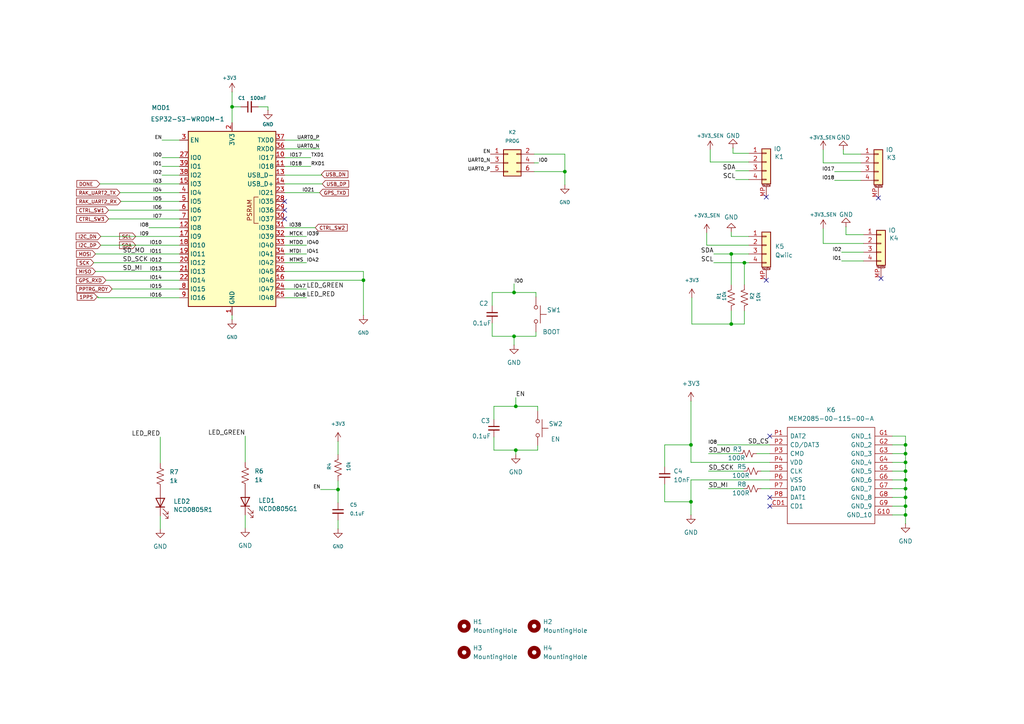
<source format=kicad_sch>
(kicad_sch (version 20250114) (generator "eeschema") (generator_version "9.0")
  (paper "A4")
  (title_block (title "LoRaWAN Sensor Node V2.0") (date "2025-11-26") (rev "0.7") (company "Elektor"))
  (lib_symbols
    (symbol "+3V3_1" (power) (pin_numbers (hide yes)) (pin_names (offset 0) (hide yes))
      (property "Value" "+3V3" (at 0 3.556 0))
      (symbol "+3V3_1_0_1"
        (polyline (pts (xy -0.762 1.27) (xy 0 2.54)))
        (polyline (pts (xy 0 2.54) (xy 0.762 1.27)))
        (polyline (pts (xy 0 0) (xy 0 2.54)))
      )
      (symbol "+3V3_1_1_1"
        (pin power_in line (at 0 0 90) (length 0) (name "~") (number "1"))
      )
    )
    (symbol "Connector_Generic:Conn_02x03_Odd_Even" (pin_names (offset 1.016) (hide yes))
      (property "Reference" "J" (at 1.27 5.08 0))
      (property "Value" "Conn_02x03_Odd_Even" (at 1.27 -5.08 0))
      (symbol "Conn_02x03_Odd_Even_1_1"
        (rectangle (start -1.27 3.81) (end 3.81 -3.81) (stroke (width 0.254)) (fill (type background)))
        (rectangle (start -1.27 2.667) (end 0 2.413) (stroke (width 0.1524)))
        (rectangle (start -1.27 0.127) (end 0 -0.127) (stroke (width 0.1524)))
        (rectangle (start -1.27 -2.413) (end 0 -2.667) (stroke (width 0.1524)))
        (rectangle (start 3.81 2.667) (end 2.54 2.413) (stroke (width 0.1524)))
        (rectangle (start 3.81 0.127) (end 2.54 -0.127) (stroke (width 0.1524)))
        (rectangle (start 3.81 -2.413) (end 2.54 -2.667) (stroke (width 0.1524)))
        (pin passive line (at -5.08 2.54 0) (length 3.81) (name "Pin_1") (number "1"))
        (pin passive line (at -5.08 0 0) (length 3.81) (name "Pin_3") (number "3"))
        (pin passive line (at -5.08 -2.54 0) (length 3.81) (name "Pin_5") (number "5"))
        (pin passive line (at 7.62 2.54 180) (length 3.81) (name "Pin_2") (number "2"))
        (pin passive line (at 7.62 0 180) (length 3.81) (name "Pin_4") (number "4"))
        (pin passive line (at 7.62 -2.54 180) (length 3.81) (name "Pin_6") (number "6"))
      )
    )
    (symbol "Connector_Generic_MountingPin:Conn_01x04_MountingPin" (pin_names (offset 1.016) (hide yes))
      (property "Reference" "J" (at 0 5.08 0))
      (property "Value" "Conn_01x04_MountingPin" (at 1.27 -7.62 0))
      (symbol "Conn_01x04_MountingPin_1_1"
        (rectangle (start -1.27 3.81) (end 1.27 -6.35) (stroke (width 0.254)) (fill (type background)))
        (rectangle (start -1.27 2.667) (end 0 2.413) (stroke (width 0.1524)))
        (rectangle (start -1.27 0.127) (end 0 -0.127) (stroke (width 0.1524)))
        (rectangle (start -1.27 -2.413) (end 0 -2.667) (stroke (width 0.1524)))
        (rectangle (start -1.27 -4.953) (end 0 -5.207) (stroke (width 0.1524)))
        (polyline (pts (xy -1.016 -7.112) (xy 1.016 -7.112)) (stroke (width 0.1524)))
        (text "Mounting" (at 0 -6.731 0) (effects (font (size 0.381 0.381))))
        (pin passive line (at -5.08 2.54 0) (length 3.81) (name "Pin_1") (number "1"))
        (pin passive line (at -5.08 0 0) (length 3.81) (name "Pin_2") (number "2"))
        (pin passive line (at -5.08 -2.54 0) (length 3.81) (name "Pin_3") (number "3"))
        (pin passive line (at -5.08 -5.08 0) (length 3.81) (name "Pin_4") (number "4"))
        (pin passive line (at 0 -10.16 90) (length 3.048) (name "MountPin") (number "MP"))
      )
    )
    (symbol "Device:C_Small" (pin_numbers (hide yes)) (pin_names (offset 0.254) (hide yes))
      (property "Reference" "C" (at 0.254 1.778 0))
      (property "Value" "C_Small" (at 0.254 -2.032 0))
      (symbol "C_Small_0_1"
        (polyline (pts (xy -1.524 0.508) (xy 1.524 0.508)) (stroke (width 0.3048)))
        (polyline (pts (xy -1.524 -0.508) (xy 1.524 -0.508)) (stroke (width 0.3302)))
      )
      (symbol "C_Small_1_1"
        (pin passive line (at 0 2.54 270) (length 2.032) (name "~") (number "1"))
        (pin passive line (at 0 -2.54 90) (length 2.032) (name "~") (number "2"))
      )
    )
    (symbol "Device:LED" (pin_numbers (hide yes)) (pin_names (offset 1.016) (hide yes))
      (property "Reference" "D" (at 0 2.54 0))
      (property "Value" "LED" (at 0 -2.54 0))
      (symbol "LED_0_1"
        (polyline (pts (xy -3.048 -0.762) (xy -4.572 -2.286) (xy -3.81 -2.286) (xy -4.572 -2.286) (xy -4.572 -1.524)))
        (polyline (pts (xy -1.778 -0.762) (xy -3.302 -2.286) (xy -2.54 -2.286) (xy -3.302 -2.286) (xy -3.302 -1.524)))
        (polyline (pts (xy -1.27 0) (xy 1.27 0)))
        (polyline (pts (xy -1.27 -1.27) (xy -1.27 1.27)) (stroke (width 0.254)))
        (polyline (pts (xy 1.27 -1.27) (xy 1.27 1.27) (xy -1.27 0) (xy 1.27 -1.27)) (stroke (width 0.254)))
      )
      (symbol "LED_1_1"
        (pin passive line (at -3.81 0 0) (length 2.54) (name "K") (number "1"))
        (pin passive line (at 3.81 0 180) (length 2.54) (name "A") (number "2"))
      )
    )
    (symbol "Device:R_Small_US" (pin_numbers (hide yes)) (pin_names (offset 0.254) (hide yes))
      (property "Reference" "R" (at 0.762 0.508 0))
      (property "Value" "R_Small_US" (at 0.762 -1.016 0))
      (symbol "R_Small_US_1_1"
        (polyline (pts (xy 0 1.524) (xy 1.016 1.143) (xy 0 0.762) (xy -1.016 0.381) (xy 0 0)))
        (polyline (pts (xy 0 0) (xy 1.016 -0.381) (xy 0 -0.762) (xy -1.016 -1.143) (xy 0 -1.524)))
        (pin passive line (at 0 2.54 270) (length 1.016) (name "~") (number "1"))
        (pin passive line (at 0 -2.54 90) (length 1.016) (name "~") (number "2"))
      )
    )
    (symbol "Device:R_US" (pin_numbers (hide yes)) (pin_names (offset 0))
      (property "Reference" "R" (at 2.54 0 90))
      (property "Value" "R_US" (at -2.54 0 90))
      (symbol "R_US_0_1"
        (polyline (pts (xy 0 2.286) (xy 0 2.54)))
        (polyline (pts (xy 0 2.286) (xy 1.016 1.905) (xy 0 1.524) (xy -1.016 1.143) (xy 0 0.762)))
        (polyline (pts (xy 0 0.762) (xy 1.016 0.381) (xy 0 0) (xy -1.016 -0.381) (xy 0 -0.762)))
        (polyline (pts (xy 0 -0.762) (xy 1.016 -1.143) (xy 0 -1.524) (xy -1.016 -1.905) (xy 0 -2.286)))
        (polyline (pts (xy 0 -2.286) (xy 0 -2.54)))
      )
      (symbol "R_US_1_1"
        (pin passive line (at 0 3.81 270) (length 1.27) (name "~") (number "1"))
        (pin passive line (at 0 -3.81 90) (length 1.27) (name "~") (number "2"))
      )
    )
    (symbol "Mechanical:MountingHole" (pin_names (offset 1.016)) (in_bom no)
      (property "Reference" "H" (at 0 5.08 0))
      (property "Value" "MountingHole" (at 0 3.175 0))
      (symbol "MountingHole_0_1"
        (circle (center 0 0) (radius 1.27) (stroke (width 1.27)))
      )
    )
    (symbol "RF_Module:ESP32-S3-WROOM-1"
      (property "Reference" "U" (at -12.7 26.67 0))
      (property "Value" "ESP32-S3-WROOM-1" (at 12.7 26.67 0))
      (symbol "ESP32-S3-WROOM-1_0_0"
        (rectangle (start -12.7 25.4) (end 12.7 -25.4) (stroke (width 0.254)) (fill (type background)))
        (text "PSRAM" (at 5.08 2.54 900) (effects (font (size 1.27 1.27))))
      )
      (symbol "ESP32-S3-WROOM-1_0_1"
        (polyline (pts (xy 7.62 -1.27) (xy 6.35 -1.27) (xy 6.35 6.35) (xy 7.62 6.35)))
      )
      (symbol "ESP32-S3-WROOM-1_1_1"
        (pin input line (at -15.24 22.86 0) (length 2.54) (name "EN") (number "3"))
        (pin bidirectional line (at -15.24 17.78 0) (length 2.54) (name "IO0") (number "27"))
        (pin bidirectional line (at -15.24 15.24 0) (length 2.54) (name "IO1") (number "39"))
        (pin bidirectional line (at -15.24 12.7 0) (length 2.54) (name "IO2") (number "38"))
        (pin bidirectional line (at -15.24 10.16 0) (length 2.54) (name "IO3") (number "15"))
        (pin bidirectional line (at -15.24 7.62 0) (length 2.54) (name "IO4") (number "4"))
        (pin bidirectional line (at -15.24 5.08 0) (length 2.54) (name "IO5") (number "5"))
        (pin bidirectional line (at -15.24 2.54 0) (length 2.54) (name "IO6") (number "6"))
        (pin bidirectional line (at -15.24 0 0) (length 2.54) (name "IO7") (number "7"))
        (pin bidirectional line (at -15.24 -2.54 0) (length 2.54) (name "IO8") (number "12"))
        (pin bidirectional line (at -15.24 -5.08 0) (length 2.54) (name "IO9") (number "17"))
        (pin bidirectional line (at -15.24 -7.62 0) (length 2.54) (name "IO10") (number "18"))
        (pin bidirectional line (at -15.24 -10.16 0) (length 2.54) (name "IO11") (number "19"))
        (pin bidirectional line (at -15.24 -12.7 0) (length 2.54) (name "IO12") (number "20"))
        (pin bidirectional line (at -15.24 -15.24 0) (length 2.54) (name "IO13") (number "21"))
        (pin bidirectional line (at -15.24 -17.78 0) (length 2.54) (name "IO14") (number "22"))
        (pin bidirectional line (at -15.24 -20.32 0) (length 2.54) (name "IO15") (number "8"))
        (pin bidirectional line (at -15.24 -22.86 0) (length 2.54) (name "IO16") (number "9"))
        (pin power_in line (at 0 27.94 270) (length 2.54) (name "3V3") (number "2"))
        (pin power_in line (at 0 -27.94 90) (length 2.54) (name "GND") (number "1"))
        (pin passive line (at 0 -27.94 90) (length 2.54) (hide yes) (name "GND") (number "40"))
        (pin passive line (at 0 -27.94 90) (length 2.54) (hide yes) (name "GND") (number "41"))
        (pin bidirectional line (at 15.24 22.86 180) (length 2.54) (name "TXD0") (number "37"))
        (pin bidirectional line (at 15.24 20.32 180) (length 2.54) (name "RXD0") (number "36"))
        (pin bidirectional line (at 15.24 17.78 180) (length 2.54) (name "IO17") (number "10"))
        (pin bidirectional line (at 15.24 15.24 180) (length 2.54) (name "IO18") (number "11"))
        (pin bidirectional line (at 15.24 12.7 180) (length 2.54) (name "USB_D-") (number "13"))
        (pin bidirectional line (at 15.24 10.16 180) (length 2.54) (name "USB_D+") (number "14"))
        (pin bidirectional line (at 15.24 7.62 180) (length 2.54) (name "IO21") (number "23"))
        (pin bidirectional line (at 15.24 5.08 180) (length 2.54) (name "IO35") (number "28"))
        (pin bidirectional line (at 15.24 2.54 180) (length 2.54) (name "IO36") (number "29"))
        (pin bidirectional line (at 15.24 0 180) (length 2.54) (name "IO37") (number "30"))
        (pin bidirectional line (at 15.24 -2.54 180) (length 2.54) (name "IO38") (number "31"))
        (pin bidirectional line (at 15.24 -5.08 180) (length 2.54) (name "IO39") (number "32"))
        (pin bidirectional line (at 15.24 -7.62 180) (length 2.54) (name "IO40") (number "33"))
        (pin bidirectional line (at 15.24 -10.16 180) (length 2.54) (name "IO41") (number "34"))
        (pin bidirectional line (at 15.24 -12.7 180) (length 2.54) (name "IO42") (number "35"))
        (pin bidirectional line (at 15.24 -15.24 180) (length 2.54) (name "IO45") (number "26"))
        (pin bidirectional line (at 15.24 -17.78 180) (length 2.54) (name "IO46") (number "16"))
        (pin bidirectional line (at 15.24 -20.32 180) (length 2.54) (name "IO47") (number "24"))
        (pin bidirectional line (at 15.24 -22.86 180) (length 2.54) (name "IO48") (number "25"))
      )
    )
    (symbol "SamacSys_Parts:MEM2085-00-115-00-A" (pin_names (offset 0.762))
      (property "Reference" "J" (at 31.75 7.62 0))
      (property "Value" "MEM2085-00-115-00-A" (at 31.75 5.08 0))
      (symbol "MEM2085-00-115-00-A_0_0"
        (pin passive line (at 0 0 0) (length 5.08) (name "GND_1") (number "G1"))
        (pin passive line (at 0 -2.54 0) (length 5.08) (name "GND_2") (number "G2"))
        (pin passive line (at 0 -5.08 0) (length 5.08) (name "GND_3") (number "G3"))
        (pin passive line (at 0 -7.62 0) (length 5.08) (name "GND_4") (number "G4"))
        (pin passive line (at 0 -10.16 0) (length 5.08) (name "GND_5") (number "G5"))
        (pin passive line (at 0 -12.7 0) (length 5.08) (name "GND_6") (number "G6"))
        (pin passive line (at 0 -15.24 0) (length 5.08) (name "GND_7") (number "G7"))
        (pin passive line (at 0 -17.78 0) (length 5.08) (name "GND_8") (number "G8"))
        (pin passive line (at 0 -20.32 0) (length 5.08) (name "GND_9") (number "G9"))
        (pin passive line (at 0 -22.86 0) (length 5.08) (name "GND_10") (number "G10"))
        (pin passive line (at 35.56 0 180) (length 5.08) (name "DAT2") (number "P1"))
        (pin passive line (at 35.56 -2.54 180) (length 5.08) (name "CD/DAT3") (number "P2"))
        (pin passive line (at 35.56 -5.08 180) (length 5.08) (name "CMD") (number "P3"))
        (pin passive line (at 35.56 -7.62 180) (length 5.08) (name "VDD") (number "P4"))
        (pin passive line (at 35.56 -10.16 180) (length 5.08) (name "CLK") (number "P5"))
        (pin passive line (at 35.56 -12.7 180) (length 5.08) (name "VSS") (number "P6"))
        (pin passive line (at 35.56 -15.24 180) (length 5.08) (name "DAT0") (number "P7"))
        (pin passive line (at 35.56 -17.78 180) (length 5.08) (name "DAT1") (number "P8"))
        (pin passive line (at 35.56 -20.32 180) (length 5.08) (name "CD1") (number "CD1"))
      )
      (symbol "MEM2085-00-115-00-A_0_1"
        (polyline (pts (xy 5.08 2.54) (xy 30.48 2.54) (xy 30.48 -25.4) (xy 5.08 -25.4) (xy 5.08 2.54)) (stroke (width 0.1524)))
      )
    )
    (symbol "Switch:SW_Push" (pin_numbers (hide yes)) (pin_names (offset 1.016) (hide yes))
      (property "Reference" "SW" (at 1.27 2.54 0))
      (property "Value" "SW_Push" (at 0 -1.524 0))
      (symbol "SW_Push_0_1"
        (circle (center -2.032 0) (radius 0.508))
        (polyline (pts (xy 0 1.27) (xy 0 3.048)))
        (circle (center 2.032 0) (radius 0.508))
        (polyline (pts (xy 2.54 1.27) (xy -2.54 1.27)))
        (pin passive line (at -5.08 0 0) (length 2.54) (name "1") (number "1"))
        (pin passive line (at 5.08 0 180) (length 2.54) (name "2") (number "2"))
      )
    )
    (symbol "power:+3V3" (power) (pin_numbers (hide yes)) (pin_names (offset 0) (hide yes))
      (property "Value" "+3V3" (at 0 3.556 0))
      (symbol "+3V3_0_1"
        (polyline (pts (xy -0.762 1.27) (xy 0 2.54)))
        (polyline (pts (xy 0 2.54) (xy 0.762 1.27)))
        (polyline (pts (xy 0 0) (xy 0 2.54)))
      )
      (symbol "+3V3_1_1"
        (pin power_in line (at 0 0 90) (length 0) (name "~") (number "1"))
      )
    )
    (symbol "power:GND" (power) (pin_numbers (hide yes)) (pin_names (offset 0) (hide yes))
      (property "Value" "GND" (at 0 -3.81 0))
      (symbol "GND_0_1"
        (polyline (pts (xy 0 0) (xy 0 -1.27) (xy 1.27 -1.27) (xy 0 -2.54) (xy -1.27 -1.27) (xy 0 -1.27)))
      )
      (symbol "GND_1_1"
        (pin power_in line (at 0 0 270) (length 0) (name "~") (number "1"))
      )
    )
  )
  (junction (at 212.09 73.66))
  (junction (at 98.044 141.986))
  (junction (at 215.9 76.2))
  (junction (at 105.41 81.28))
  (junction (at 212.09 93.98))
  (junction (at 262.636 141.732))
  (junction (at 149.606 117.856))
  (junction (at 262.636 136.652))
  (junction (at 149.606 130.556))
  (junction (at 262.636 144.272))
  (junction (at 200.406 145.542))
  (junction (at 262.636 149.352))
  (junction (at 262.636 146.812))
  (junction (at 200.406 129.032))
  (junction (at 262.636 139.192))
  (junction (at 67.31 30.988))
  (junction (at 262.636 129.032))
  (junction (at 262.636 134.112))
  (junction (at 262.636 131.572))
  (junction (at 163.83 49.784))
  (junction (at 149.098 97.536))
  (junction (at 149.098 84.836))
  (no_connect (at 82.55 60.96))
  (no_connect (at 222.25 57.15))
  (no_connect (at 222.25 81.28))
  (no_connect (at 223.266 144.272))
  (no_connect (at 82.55 58.42))
  (no_connect (at 254.762 57.404))
  (no_connect (at 223.266 146.812))
  (no_connect (at 223.266 126.492))
  (no_connect (at 82.55 63.5))
  (no_connect (at 255.524 80.772))
  (wire (pts (xy 46.482 126.746) (xy 46.482 134.366)))
  (wire (pts (xy 192.786 135.382) (xy 192.786 129.032)))
  (wire (pts (xy 200.66 86.36) (xy 200.66 93.98)))
  (wire (pts (xy 82.55 78.74) (xy 105.41 78.74)))
  (wire (pts (xy 215.9 76.2) (xy 215.9 82.55)))
  (wire (pts (xy 220.726 141.732) (xy 223.266 141.732)))
  (wire (pts (xy 82.55 83.82) (xy 88.9 83.82)))
  (wire (pts (xy 149.606 117.856) (xy 155.956 117.856)))
  (wire (pts (xy 205.994 43.434) (xy 205.994 46.99)))
  (wire (pts (xy 262.636 134.112) (xy 262.636 136.652)))
  (wire (pts (xy 238.76 66.294) (xy 238.76 70.612)))
  (wire (pts (xy 46.482 149.606) (xy 46.482 153.416)))
  (wire (pts (xy 28.448 86.36) (xy 52.07 86.36)))
  (wire (pts (xy 262.636 134.112) (xy 258.826 134.112)))
  (wire (pts (xy 82.55 68.58) (xy 88.9 68.58)))
  (wire (pts (xy 155.956 117.856) (xy 155.956 119.126)))
  (wire (pts (xy 149.098 97.536) (xy 155.448 97.536)))
  (wire (pts (xy 262.636 144.272) (xy 262.636 146.812)))
  (wire (pts (xy 105.41 81.28) (xy 105.41 91.44)))
  (wire (pts (xy 205.486 136.652) (xy 215.646 136.652)))
  (wire (pts (xy 220.726 136.652) (xy 223.266 136.652)))
  (wire (pts (xy 262.636 149.352) (xy 262.636 151.892)))
  (wire (pts (xy 262.636 149.352) (xy 258.826 149.352)))
  (wire (pts (xy 149.606 130.556) (xy 155.956 130.556)))
  (wire (pts (xy 154.94 44.704) (xy 163.83 44.704)))
  (wire (pts (xy 156.21 47.244) (xy 154.94 47.244)))
  (wire (pts (xy 200.406 139.192) (xy 200.406 145.542)))
  (wire (pts (xy 30.734 81.28) (xy 52.07 81.28)))
  (wire (pts (xy 27.686 78.74) (xy 52.07 78.74)))
  (wire (pts (xy 82.55 76.2) (xy 88.9 76.2)))
  (wire (pts (xy 223.266 139.192) (xy 200.406 139.192)))
  (wire (pts (xy 71.12 149.352) (xy 71.12 153.162)))
  (wire (pts (xy 262.636 129.032) (xy 262.636 131.572)))
  (wire (pts (xy 242.062 52.324) (xy 249.682 52.324)))
  (wire (pts (xy 244.094 75.692) (xy 250.444 75.692)))
  (wire (pts (xy 155.956 130.556) (xy 155.956 129.286)))
  (wire (pts (xy 149.098 84.836) (xy 155.448 84.836)))
  (wire (pts (xy 262.636 131.572) (xy 262.636 134.112)))
  (wire (pts (xy 93.218 50.8) (xy 82.55 50.8)))
  (wire (pts (xy 142.748 84.836) (xy 149.098 84.836)))
  (wire (pts (xy 238.76 70.612) (xy 250.444 70.612)))
  (wire (pts (xy 192.786 140.462) (xy 192.786 145.542)))
  (wire (pts (xy 262.636 126.492) (xy 258.826 126.492)))
  (wire (pts (xy 204.978 67.564) (xy 204.978 71.12)))
  (wire (pts (xy 192.786 145.542) (xy 200.406 145.542)))
  (wire (pts (xy 46.99 45.72) (xy 52.07 45.72)))
  (wire (pts (xy 143.256 117.856) (xy 143.256 121.666)))
  (wire (pts (xy 67.31 26.67) (xy 67.31 30.988)))
  (wire (pts (xy 149.606 115.316) (xy 149.606 117.856)))
  (wire (pts (xy 46.99 48.26) (xy 52.07 48.26)))
  (wire (pts (xy 262.636 129.032) (xy 258.826 129.032)))
  (wire (pts (xy 82.55 86.36) (xy 88.9 86.36)))
  (wire (pts (xy 215.9 76.2) (xy 217.17 76.2)))
  (wire (pts (xy 262.636 126.492) (xy 262.636 129.032)))
  (wire (pts (xy 163.83 49.784) (xy 163.83 53.594)))
  (wire (pts (xy 82.55 81.28) (xy 105.41 81.28)))
  (wire (pts (xy 204.978 71.12) (xy 217.17 71.12)))
  (wire (pts (xy 212.09 93.98) (xy 212.09 90.17)))
  (wire (pts (xy 98.044 141.986) (xy 98.044 145.796)))
  (wire (pts (xy 262.636 146.812) (xy 262.636 149.352)))
  (wire (pts (xy 43.18 66.04) (xy 52.07 66.04)))
  (wire (pts (xy 34.798 55.88) (xy 52.07 55.88)))
  (wire (pts (xy 29.21 68.58) (xy 52.07 68.58)))
  (wire (pts (xy 163.83 44.704) (xy 163.83 49.784)))
  (wire (pts (xy 245.364 68.072) (xy 250.444 68.072)))
  (wire (pts (xy 143.256 130.556) (xy 149.606 130.556)))
  (wire (pts (xy 31.496 63.5) (xy 52.07 63.5)))
  (wire (pts (xy 238.76 43.434) (xy 238.76 47.244)))
  (wire (pts (xy 262.636 136.652) (xy 258.826 136.652)))
  (wire (pts (xy 154.94 49.784) (xy 163.83 49.784)))
  (wire (pts (xy 35.052 58.42) (xy 52.07 58.42)))
  (wire (pts (xy 88.9 73.66) (xy 82.55 73.66)))
  (wire (pts (xy 93.472 53.34) (xy 82.55 53.34)))
  (wire (pts (xy 212.09 67.31) (xy 212.09 68.58)))
  (wire (pts (xy 262.636 146.812) (xy 258.826 146.812)))
  (wire (pts (xy 93.218 50.546) (xy 93.218 50.8)))
  (wire (pts (xy 82.55 66.04) (xy 91.44 66.04)))
  (wire (pts (xy 142.748 84.836) (xy 142.748 88.646)))
  (wire (pts (xy 262.636 136.652) (xy 262.636 139.192)))
  (wire (pts (xy 155.448 96.266) (xy 155.448 97.536)))
  (wire (pts (xy 98.044 150.876) (xy 98.044 153.416)))
  (wire (pts (xy 88.9 71.12) (xy 82.55 71.12)))
  (wire (pts (xy 245.364 65.786) (xy 245.364 68.072)))
  (wire (pts (xy 205.486 131.572) (xy 214.376 131.572)))
  (wire (pts (xy 212.598 44.45) (xy 217.17 44.45)))
  (wire (pts (xy 105.41 78.74) (xy 105.41 81.28)))
  (wire (pts (xy 82.55 55.88) (xy 92.71 55.88)))
  (wire (pts (xy 31.496 60.96) (xy 52.07 60.96)))
  (wire (pts (xy 212.09 68.58) (xy 217.17 68.58)))
  (wire (pts (xy 28.448 86.106) (xy 28.448 86.36)))
  (wire (pts (xy 28.956 53.34) (xy 52.07 53.34)))
  (wire (pts (xy 205.486 141.732) (xy 215.646 141.732)))
  (wire (pts (xy 213.36 52.07) (xy 217.17 52.07)))
  (wire (pts (xy 200.406 134.112) (xy 223.266 134.112)))
  (wire (pts (xy 200.406 129.032) (xy 200.406 134.112)))
  (wire (pts (xy 262.636 139.192) (xy 258.826 139.192)))
  (wire (pts (xy 143.256 117.856) (xy 149.606 117.856)))
  (wire (pts (xy 46.99 40.64) (xy 52.07 40.64)))
  (wire (pts (xy 212.09 73.66) (xy 217.17 73.66)))
  (wire (pts (xy 67.31 30.988) (xy 69.85 30.988)))
  (wire (pts (xy 155.448 84.836) (xy 155.448 86.106)))
  (wire (pts (xy 219.456 131.572) (xy 223.266 131.572)))
  (wire (pts (xy 82.55 40.64) (xy 92.71 40.64)))
  (wire (pts (xy 200.406 116.332) (xy 200.406 129.032)))
  (wire (pts (xy 27.686 73.66) (xy 52.07 73.66)))
  (wire (pts (xy 74.93 30.988) (xy 77.724 30.988)))
  (wire (pts (xy 212.09 73.66) (xy 212.09 82.55)))
  (wire (pts (xy 46.99 50.8) (xy 52.07 50.8)))
  (wire (pts (xy 262.636 131.572) (xy 258.826 131.572)))
  (wire (pts (xy 82.55 43.18) (xy 92.71 43.18)))
  (wire (pts (xy 242.062 49.784) (xy 249.682 49.784)))
  (wire (pts (xy 244.094 73.152) (xy 250.444 73.152)))
  (wire (pts (xy 98.044 128.016) (xy 98.044 131.826)))
  (wire (pts (xy 67.31 30.988) (xy 67.31 35.56)))
  (wire (pts (xy 212.598 42.926) (xy 212.598 44.45)))
  (wire (pts (xy 142.748 93.726) (xy 142.748 97.536)))
  (wire (pts (xy 262.636 139.192) (xy 262.636 141.732)))
  (wire (pts (xy 98.044 139.446) (xy 98.044 141.986)))
  (wire (pts (xy 77.724 30.988) (xy 77.724 32.004)))
  (wire (pts (xy 71.12 126.492) (xy 71.12 134.112)))
  (wire (pts (xy 207.01 73.66) (xy 212.09 73.66)))
  (wire (pts (xy 32.512 83.82) (xy 52.07 83.82)))
  (wire (pts (xy 143.256 126.746) (xy 143.256 130.556)))
  (wire (pts (xy 82.55 48.26) (xy 90.17 48.26)))
  (wire (pts (xy 192.786 129.032) (xy 200.406 129.032)))
  (wire (pts (xy 205.994 46.99) (xy 217.17 46.99)))
  (wire (pts (xy 149.098 82.296) (xy 149.098 84.836)))
  (wire (pts (xy 67.31 91.44) (xy 67.31 92.71)))
  (wire (pts (xy 27.178 76.2) (xy 52.07 76.2)))
  (wire (pts (xy 207.01 76.2) (xy 215.9 76.2)))
  (wire (pts (xy 200.406 145.542) (xy 200.406 149.352)))
  (wire (pts (xy 29.21 71.12) (xy 52.07 71.12)))
  (wire (pts (xy 82.55 45.72) (xy 90.17 45.72)))
  (wire (pts (xy 215.9 90.17) (xy 215.9 93.98)))
  (wire (pts (xy 142.748 97.536) (xy 149.098 97.536)))
  (wire (pts (xy 200.66 93.98) (xy 212.09 93.98)))
  (wire (pts (xy 244.602 43.434) (xy 244.602 44.704)))
  (wire (pts (xy 262.636 141.732) (xy 258.826 141.732)))
  (wire (pts (xy 149.606 130.556) (xy 149.606 131.826)))
  (wire (pts (xy 215.9 93.98) (xy 212.09 93.98)))
  (wire (pts (xy 262.636 144.272) (xy 258.826 144.272)))
  (wire (pts (xy 149.098 97.536) (xy 149.098 100.076)))
  (wire (pts (xy 213.36 49.53) (xy 217.17 49.53)))
  (wire (pts (xy 92.964 141.986) (xy 98.044 141.986)))
  (wire (pts (xy 28.194 86.106) (xy 28.448 86.106)))
  (wire (pts (xy 238.76 47.244) (xy 249.682 47.244)))
  (wire (pts (xy 244.602 44.704) (xy 249.682 44.704)))
  (wire (pts (xy 262.636 141.732) (xy 262.636 144.272)))
  (wire (pts (xy 208.026 129.032) (xy 223.266 129.032)))
  (label "IO14" (at 46.99 81.28 180) (effects (font (size 1 1))))
  (label "IO4" (at 46.99 55.88 180) (effects (font (size 1 1))))
  (label "IO8" (at 43.18 66.04 180) (effects (font (size 1 1))))
  (label "LED_RED" (at 88.9 86.36 0))
  (label "IO38" (at 83.82 66.04 0) (effects (font (size 1 1))))
  (label "IO12" (at 46.99 76.2 180) (effects (font (size 1 1))))
  (label "IO48" (at 85.09 86.36 0) (effects (font (size 1 1))))
  (label "LED_RED" (at 46.482 126.746 180))
  (label "IO0" (at 149.098 82.296 0) (effects (font (size 1 1))))
  (label "MTMS" (at 83.82 76.2 0) (effects (font (size 1 1))))
  (label "IO1" (at 46.99 48.26 180) (effects (font (size 1 1))))
  (label "IO18" (at 242.062 52.324 180) (effects (font (size 1 1))))
  (label "SD_MI" (at 205.486 141.732 0))
  (label "IO10" (at 46.99 71.12 180) (effects (font (size 1 1))))
  (label "IO1" (at 244.094 75.692 180) (effects (font (size 1 1))))
  (label "SD_CS" (at 216.916 129.032 0))
  (label "UART0_N" (at 142.24 47.244 180) (effects (font (size 1 1))))
  (label "IO8" (at 208.026 129.032 180) (effects (font (size 1 1))))
  (label "SD_SCK" (at 35.56 76.2 0))
  (label "RXD1" (at 90.17 48.26 0) (effects (font (size 1 1))))
  (label "EN" (at 149.606 115.316 0))
  (label "TXD1" (at 90.17 45.72 0) (effects (font (size 1 1))))
  (label "MTCK" (at 83.82 68.58 0) (effects (font (size 1 1))))
  (label "IO2" (at 46.99 50.8 180) (effects (font (size 1 1))))
  (label "IO0" (at 46.99 45.72 180) (effects (font (size 1 1))))
  (label "IO18" (at 87.63 48.26 180) (effects (font (size 1 1))))
  (label "IO39" (at 88.9 68.58 0) (effects (font (size 1 1))))
  (label "IO9" (at 43.18 68.58 180) (effects (font (size 1 1))))
  (label "IO41" (at 88.9 73.66 0) (effects (font (size 1 1))))
  (label "IO2" (at 244.094 73.152 180) (effects (font (size 1 1))))
  (label "SDA" (at 213.36 49.53 180))
  (label "UART0_P" (at 142.24 49.784 180) (effects (font (size 1 1))))
  (label "UART0_P" (at 92.71 40.64 180) (effects (font (size 1 1))))
  (label "SCL" (at 207.01 76.2 180))
  (label "SD_MI" (at 35.56 78.74 0))
  (label "IO0" (at 156.21 47.244 0) (effects (font (size 1 1))))
  (label "MTDO" (at 83.82 71.12 0) (effects (font (size 1 1))))
  (label "SD_MO" (at 205.486 131.572 0))
  (label "IO7" (at 46.99 63.5 180) (effects (font (size 1 1))))
  (label "IO17" (at 87.63 45.72 180) (effects (font (size 1 1))))
  (label "IO6" (at 46.99 60.96 180) (effects (font (size 1 1))))
  (label "EN" (at 46.99 40.64 180) (effects (font (size 1 1))))
  (label "IO40" (at 88.9 71.12 0) (effects (font (size 1 1))))
  (label "IO42" (at 88.9 76.2 0) (effects (font (size 1 1))))
  (label "SDA" (at 207.01 73.66 180))
  (label "EN" (at 142.24 44.704 180) (effects (font (size 1 1))))
  (label "IO16" (at 46.99 86.36 180) (effects (font (size 1 1))))
  (label "IO17" (at 242.062 49.784 180) (effects (font (size 1 1))))
  (label "SD_MO" (at 35.56 73.66 0))
  (label "IO21" (at 87.63 55.88 0) (effects (font (size 1 1))))
  (label "IO5" (at 46.99 58.42 180) (effects (font (size 1 1))))
  (label "IO15" (at 46.99 83.82 180) (effects (font (size 1 1))))
  (label "IO11" (at 46.99 73.66 180) (effects (font (size 1 1))))
  (label "IO13" (at 46.99 78.74 180) (effects (font (size 1 1))))
  (label "IO3" (at 46.99 53.34 180) (effects (font (size 1 1))))
  (label "LED_GREEN" (at 88.9 83.82 0))
  (label "IO47" (at 85.09 83.82 0) (effects (font (size 1 1))))
  (label "SD_SCK" (at 205.486 136.652 0))
  (label "EN" (at 92.964 141.986 180) (effects (font (size 1 1))))
  (label "LED_GREEN" (at 71.12 126.492 180))
  (label "MTDI" (at 83.82 73.66 0) (effects (font (size 1 1))))
  (label "UART0_N" (at 92.71 43.18 180) (effects (font (size 1 1))))
  (label "SCL" (at 213.36 52.07 180))
  (global_label "RAK_UART2_TX" (shape input) (at 34.798 55.88 180) (effects (font (size 1 1))) (property "Intersheetrefs" "${INTERSHEET_REFS}" (at 21.844 55.88 0) (effects (font (size 1 1)) (justify right))))
  (global_label "DONE " (shape input) (at 28.956 53.34 180) (effects (font (size 1 1))) (property "Intersheetrefs" "${INTERSHEET_REFS}" (at 21.844 53.34 0) (effects (justify right))))
  (global_label "SCK" (shape input) (at 27.178 76.2 180) (effects (font (size 1 1))) (property "Intersheetrefs" "${INTERSHEET_REFS}" (at 21.8753 76.2 0) (effects (justify right))))
  (global_label "CTRL_SW2" (shape input) (at 91.44 66.04 0) (effects (font (size 1 1))) (property "Intersheetrefs" "${INTERSHEET_REFS}" (at 101.1713 66.04 0) (effects (font (size 1 1)) (justify left))))
  (global_label "CTRL_SW3" (shape input) (at 31.496 63.5 180) (effects (font (size 1 1))) (property "Intersheetrefs" "${INTERSHEET_REFS}" (at 19.05 63.5 0) (effects (font (size 1 1)) (justify right))))
  (global_label "MOSI" (shape input) (at 27.686 73.66 180) (effects (font (size 1 1))) (property "Intersheetrefs" "${INTERSHEET_REFS}" (at 21.7166 73.66 0) (effects (justify right))))
  (global_label "I2C_DP" (shape input) (at 29.21 71.12 180) (effects (font (size 1 1))) (property "Intersheetrefs" "${INTERSHEET_REFS}" (at 21.6692 71.12 0) (effects (justify right))))
  (global_label "USB_DN" (shape input) (at 93.218 50.546 0) (effects (font (size 1 1))) (property "Intersheetrefs" "${INTERSHEET_REFS}" (at 101.3778 50.546 0) (effects (font (size 1 1)) (justify left))))
  (global_label "1PPS" (shape input) (at 28.194 86.106 180) (effects (font (size 1 1))) (property "Intersheetrefs" "${INTERSHEET_REFS}" (at 20.32 86.106 0) (effects (font (size 1 1)) (justify right))))
  (global_label "SCL" (shape input) (at 39.37 68.58 180) (effects (font (size 1 1))) (property "Intersheetrefs" "${INTERSHEET_REFS}" (at 34.2578 68.58 0) (effects (font (size 1 1)) (justify right))))
  (global_label "SDA" (shape input) (at 39.37 71.12 180) (effects (font (size 1 1))) (property "Intersheetrefs" "${INTERSHEET_REFS}" (at 34.2102 71.12 0) (effects (font (size 1 1)) (justify right))))
  (global_label "I2C_DN" (shape input) (at 29.21 68.58 180) (effects (font (size 1 1))) (property "Intersheetrefs" "${INTERSHEET_REFS}" (at 21.6216 68.58 0) (effects (justify right))))
  (global_label "MISO" (shape input) (at 27.686 78.74 180) (effects (font (size 1 1))) (property "Intersheetrefs" "${INTERSHEET_REFS}" (at 21.7166 78.74 0) (effects (justify right))))
  (global_label "USB_DP" (shape input) (at 93.472 53.34 0) (effects (font (size 1 1))) (property "Intersheetrefs" "${INTERSHEET_REFS}" (at 101.5842 53.34 0) (effects (font (size 1 1)) (justify left))))
  (global_label "RAK_UART2_RX" (shape input) (at 35.052 58.42 180) (effects (font (size 1 1))) (property "Intersheetrefs" "${INTERSHEET_REFS}" (at 21.844 58.42 0) (effects (font (size 1 1)) (justify right))))
  (global_label "CTRL_SW1" (shape input) (at 31.496 60.96 180) (effects (font (size 1 1))) (property "Intersheetrefs" "${INTERSHEET_REFS}" (at 21.844 60.96 0) (effects (font (size 1 1)) (justify right))))
  (global_label "PPTRG_ROY" (shape input) (at 32.512 83.82 180) (effects (font (size 1 1))) (property "Intersheetrefs" "${INTERSHEET_REFS}" (at 23.622 83.82 0) (effects (font (size 1 1)) (justify right))))
  (global_label "GPS_RXD" (shape input) (at 30.734 81.28 180) (effects (font (size 1 1))) (property "Intersheetrefs" "${INTERSHEET_REFS}" (at 21.844 81.28 0) (effects (font (size 1 1)) (justify right))))
  (global_label "GPS_TXD" (shape input) (at 92.71 55.88 0) (effects (font (size 1 1))) (property "Intersheetrefs" "${INTERSHEET_REFS}" (at 103.4888 55.88 0) (effects (font (size 1 1)) (justify left))))
  (symbol (lib_id "Mechanical:MountingHole") (at 154.94 181.61 0) (unit 1) (in_bom no)
    (property "Reference" "H2" (at 157.48 180.3399 0) (effects (justify left)))
    (property "Value" "MountingHole" (at 157.48 182.8799 0) (effects (justify left)))
    (property "Footprint" "MountingHole:MountingHole_3.2mm_M3" (effects (hide yes)))
    (property "Description" "Mounting Hole without connection" (effects (hide yes)))
  )
  (symbol (lib_id "Connector_Generic_MountingPin:Conn_01x04_MountingPin") (at 222.25 46.99 0) (unit 1)
    (property "Reference" "K1" (at 224.663 45.466 0) (effects (justify left)))
    (property "Value" "IO" (at 224.409 43.18 0) (effects (justify left)))
    (property "Footprint" "Connector_JST:JST_PH_S4B-PH-SM4-TB_1x04-1MP_P2.00mm_Horizontal" (effects (hide yes)))
    (property "Manufacturer_Part_Number" "JST_PH_S4B-PH-SM4-TB_1x04-1MP_P2.00mm_Horizontal" (effects (hide yes)))
  )
  (symbol (lib_id "Device:R_Small_US") (at 218.186 141.732 90) (unit 1)
    (property "Reference" "R8" (at 215.138 140.462 90))
    (property "Value" "100R" (at 214.884 143.002 90))
    (property "Footprint" "Resistor_SMD:R_0603_1608Metric" (effects (hide yes)))
    (property "Description" "Resistor, small US symbol" (effects (hide yes)))
    (property "Manufacturer_Part_Number" "MCT0603PD1000DP500" (effects (hide yes)))
    (property "Mouser Part Number" "594-MCT0603PD1000DP5" (effects (hide yes)))
  )
  (symbol (lib_id "power:GND") (at 105.41 91.44 0) (unit 1)
    (property "Reference" "#PWR013" (effects (hide yes)))
    (property "Value" "GND" (at 105.41 96.52 0) (effects (font (size 1 1))))
    (property "Description" "Power symbol creates a global label with name \"GND\" , ground" (effects (hide yes)))
  )
  (symbol (lib_id "RF_Module:ESP32-S3-WROOM-1") (at 67.31 63.5 0) (unit 1)
    (property "Reference" "MOD1" (at 43.942 31.242 0) (effects (justify left)))
    (property "Value" "ESP32-S3-WROOM-1" (at 43.688 34.544 0) (effects (justify left)))
    (property "Footprint" "RF_Module:ESP32-S3-WROOM-1" (effects (hide yes)))
    (property "Datasheet" "https://www.espressif.com/sites/default/files/documentation/esp32-s3-wroom-1_wroom-1u_datasheet_en.pdf" (effects (hide yes)))
    (property "Description" "RF Module, ESP32-S3 SoC, Wi-Fi 802.11b/g/n, Bluetooth, BLE, 32-bit, 3.3V, onboard antenna, SMD" (effects (hide yes)))
    (property "Manufacturer_Part_Number" "ESP32-S3-WROOM-1" (effects (hide yes)))
  )
  (symbol (lib_id "Device:C_Small") (at 143.256 124.206 0) (unit 1)
    (property "Reference" "C3" (at 139.446 122.047 0) (effects (justify left)))
    (property "Value" "0.1uF" (at 136.906 126.492 0) (effects (justify left)))
    (property "Footprint" "Capacitor_SMD:C_0805_2012Metric_Pad1.18x1.45mm_HandSolder" (effects (hide yes)))
    (property "Manufacturer_Part_Number" "C0805C104M5RACTU" (effects (hide yes)))
    (property "Mouser Part Number" "80-C0805C104M5R" (effects (hide yes)))
  )
  (symbol (lib_id "power:+3V3") (at 205.994 43.434 0) (unit 1)
    (property "Reference" "#PWR04" (effects (hide yes)))
    (property "Value" "+3V3_SEN" (at 205.994 39.37 0) (effects (font (size 1 1))))
    (property "Description" "Power symbol creates a global label with name \"+3V3\"" (effects (hide yes)))
  )
  (symbol (lib_id "Device:R_Small_US") (at 218.186 136.652 90) (unit 1)
    (property "Reference" "R5" (at 215.138 135.382 90))
    (property "Value" "100R" (at 214.884 137.922 90))
    (property "Footprint" "Resistor_SMD:R_0603_1608Metric" (effects (hide yes)))
    (property "Description" "Resistor, small US symbol" (effects (hide yes)))
    (property "Manufacturer_Part_Number" "MCT0603PD1000DP500" (effects (hide yes)))
    (property "Mouser Part Number" "594-MCT0603PD1000DP5" (effects (hide yes)))
  )
  (symbol (lib_id "power:GND") (at 200.406 149.352 0) (unit 1)
    (property "Reference" "#PWR019" (effects (hide yes)))
    (property "Value" "GND" (at 200.406 154.432 0))
    (property "Description" "Power symbol creates a global label with name \"GND\" , ground" (effects (hide yes)))
  )
  (symbol (lib_name "+3V3_1") (lib_id "power:+3V3") (at 200.406 116.332 0) (unit 1)
    (property "Reference" "#PWR016" (effects (hide yes)))
    (property "Value" "+3V3" (at 200.406 111.252 0))
    (property "Description" "Power symbol creates a global label with name \"+3V3\"" (effects (hide yes)))
  )
  (symbol (lib_id "Device:C_Small") (at 142.748 91.186 0) (unit 1)
    (property "Reference" "C2" (at 138.938 88.011 0) (effects (justify left)))
    (property "Value" "0.1uF" (at 137.033 93.726 0) (effects (justify left)))
    (property "Footprint" "Capacitor_SMD:C_0805_2012Metric_Pad1.18x1.45mm_HandSolder" (effects (hide yes)))
    (property "Manufacturer_Part_Number" "C0805C104M5RACTU" (effects (hide yes)))
    (property "Mouser Part Number" "80-C0805C104M5R" (effects (hide yes)))
  )
  (symbol (lib_id "Device:C_Small") (at 192.786 137.922 0) (unit 1)
    (property "Reference" "C4" (at 195.326 136.6582 0) (effects (justify left)))
    (property "Value" "10nF" (at 195.326 139.1982 0) (effects (justify left)))
    (property "Footprint" "Capacitor_SMD:C_0402_1005Metric_Pad0.74x0.62mm_HandSolder" (effects (hide yes)))
    (property "Datasheet" "80-C0402C103K5R7411" (effects (hide yes)))
    (property "Description" "Unpolarized capacitor, small symbol" (effects (hide yes)))
    (property "Manufacturer_Part_Number" "C0402C103K5RAC7411" (effects (hide yes)))
    (property "Mouser Part Number" "80-C0402C103K5R7411" (effects (hide yes)))
  )
  (symbol (lib_id "Device:R_US") (at 46.482 138.176 180) (unit 1)
    (property "Reference" "R7" (at 49.149 136.906 0) (effects (justify right)))
    (property "Value" "1k" (at 49.149 139.446 0) (effects (justify right)))
    (property "Footprint" "Resistor_SMD:R_0805_2012Metric_Pad1.20x1.40mm_HandSolder" (effects (hide yes)))
    (property "Manufacturer_Part_Number" "CHP0805-FX-1001ELF" (effects (hide yes)))
    (property "Mouser Part Number" "652-CHP0805FX1001ELF" (effects (hide yes)))
  )
  (symbol (lib_id "power:GND") (at 244.602 43.434 180) (unit 1)
    (property "Reference" "#PWR06" (effects (hide yes)))
    (property "Value" "GND" (at 242.57 39.878 0) (effects (justify right)))
  )
  (symbol (lib_id "power:GND") (at 67.31 92.71 0) (unit 1)
    (property "Reference" "#PWR014" (effects (hide yes)))
    (property "Value" "GND" (at 67.31 97.79 0) (effects (font (size 1 1))))
    (property "Description" "Power symbol creates a global label with name \"GND\" , ground" (effects (hide yes)))
  )
  (symbol (lib_id "power:GND") (at 77.724 32.004 0) (unit 1)
    (property "Reference" "#PWR02" (effects (hide yes)))
    (property "Value" "GND" (at 77.724 36.068 0) (effects (font (size 1 1))))
    (property "Description" "Power symbol creates a global label with name \"GND\" , ground" (effects (hide yes)))
  )
  (symbol (lib_id "Switch:SW_Push") (at 155.448 91.186 270) (unit 1)
    (property "Reference" "SW1" (at 158.623 89.916 90) (effects (justify left)))
    (property "Value" "BOOT" (at 157.353 96.266 90) (effects (justify left)))
    (property "Footprint" "SamacSys_Parts:SKRKAEE020" (effects (hide yes)))
    (property "Description" "Push button switch, generic, two pins" (effects (hide yes)))
    (property "Manufacturer_Part_Number" "SKRKAEE020" (effects (hide yes)))
    (property "Mouser Part Number" "SKRKAEE020" (effects (hide yes)))
  )
  (symbol (lib_id "power:+3V3") (at 238.76 66.294 0) (unit 1)
    (property "Reference" "#PWR09" (effects (hide yes)))
    (property "Value" "+3V3_SEN" (at 238.76 62.23 0) (effects (font (size 1 1))))
    (property "Description" "Power symbol creates a global label with name \"+3V3\"" (effects (hide yes)))
  )
  (symbol (lib_id "power:GND") (at 212.598 42.926 180) (unit 1)
    (property "Reference" "#PWR03" (effects (hide yes)))
    (property "Value" "GND" (at 210.566 39.37 0) (effects (justify right)))
  )
  (symbol (lib_id "power:+3V3") (at 204.978 67.564 0) (unit 1)
    (property "Reference" "#PWR011" (effects (hide yes)))
    (property "Value" "+3V3_SEN" (at 204.978 62.484 0) (effects (font (size 1 1))))
    (property "Description" "Power symbol creates a global label with name \"+3V3\"" (effects (hide yes)))
  )
  (symbol (lib_id "Connector_Generic_MountingPin:Conn_01x04_MountingPin") (at 255.524 70.612 0) (unit 1)
    (property "Reference" "K4" (at 257.937 69.088 0) (effects (justify left)))
    (property "Value" "IO" (at 257.683 66.802 0) (effects (justify left)))
    (property "Footprint" "Connector_JST:JST_PH_S4B-PH-SM4-TB_1x04-1MP_P2.00mm_Horizontal" (effects (hide yes)))
    (property "Manufacturer_Part_Number" "JST_PH_S4B-PH-SM4-TB_1x04-1MP_P2.00mm_Horizontal" (effects (hide yes)))
  )
  (symbol (lib_id "power:GND") (at 212.09 67.31 180) (unit 1)
    (property "Reference" "#PWR010" (effects (hide yes)))
    (property "Value" "GND" (at 212.09 62.992 0))
  )
  (symbol (lib_id "Device:R_US") (at 98.044 135.636 0) (mirror x) (unit 1)
    (property "Reference" "R4" (at 95.504 135.255 90) (effects (font (size 1 1))))
    (property "Value" "10k" (at 101.092 135.255 90) (effects (font (size 1 1))))
    (property "Footprint" "Resistor_SMD:R_0603_1608Metric" (effects (hide yes)))
    (property "Manufacturer_Part_Number" "RCS060310K0FKEA" (effects (hide yes)))
    (property "Mouser Part Number" "71-RCS060310K0JNEA" (effects (hide yes)))
  )
  (symbol (lib_id "SamacSys_Parts:MEM2085-00-115-00-A") (at 258.826 126.492 0) (mirror y) (unit 1)
    (property "Reference" "K6" (at 241.046 118.872 0))
    (property "Value" "MEM2085-00-115-00-A" (at 241.046 121.412 0))
    (property "Footprint" "SamacSys_Parts:MEM20850011500A" (effects (hide yes)))
    (property "Datasheet" "https://gct.co/files/drawings/mem2085.pdf" (effects (hide yes)))
    (property "Description" "Memory Card Connectors Micro SD Push Pull SMT 1.15mm No Peg" (effects (hide yes)))
    (property "Description_1" "Memory Card Connectors Micro SD Push Pull SMT 1.15mm No Peg" (effects (hide yes)))
    (property "Height" "1.35" (effects (hide yes)))
    (property "Mouser Part Number" "640-MEM20850011500A" (effects (hide yes)))
    (property "Mouser Price/Stock" "https://www.mouser.co.uk/ProductDetail/GCT/MEM2085-00-115-00-A?qs=rQFj71Wb1eWNkFUhuuvVIA%3D%3D" (effects (hide yes)))
    (property "Manufacturer_Name" "GCT (GLOBAL CONNECTOR TECHNOLOGY)" (effects (hide yes)))
    (property "Manufacturer_Part_Number" "MEM2085-00-115-00-A" (effects (hide yes)))
  )
  (symbol (lib_id "Connector_Generic_MountingPin:Conn_01x04_MountingPin") (at 222.25 71.12 0) (unit 1)
    (property "Reference" "K5" (at 224.79 71.4755 0) (effects (justify left)))
    (property "Value" "Qwiic" (at 224.79 74.0155 0) (effects (justify left)))
    (property "Footprint" "Connector_JST:JST_SH_SM04B-SRSS-TB_1x04-1MP_P1.00mm_Horizontal" (effects (hide yes)))
    (property "Manufacturer_Part_Number" "JST_SH_SM04B-SRSS-TB_1x04-1MP_P1.00mm_Horizontal" (effects (hide yes)))
  )
  (symbol (lib_id "Connector_Generic_MountingPin:Conn_01x04_MountingPin") (at 254.762 47.244 0) (unit 1)
    (property "Reference" "K3" (at 257.175 45.72 0) (effects (justify left)))
    (property "Value" "IO" (at 256.921 43.434 0) (effects (justify left)))
    (property "Footprint" "Connector_JST:JST_PH_S4B-PH-SM4-TB_1x04-1MP_P2.00mm_Horizontal" (effects (hide yes)))
    (property "Manufacturer_Part_Number" "JST_PH_S4B-PH-SM4-TB_1x04-1MP_P2.00mm_Horizontal" (effects (hide yes)))
  )
  (symbol (lib_id "power:GND") (at 46.482 153.416 0) (unit 1)
    (property "Reference" "#PWR022" (effects (hide yes)))
    (property "Value" "GND" (at 46.482 158.496 0))
  )
  (symbol (lib_id "power:GND") (at 98.044 153.416 0) (unit 1)
    (property "Reference" "#PWR023" (effects (hide yes)))
    (property "Value" "GND" (at 98.044 158.496 0) (effects (font (size 1 1))))
  )
  (symbol (lib_id "Mechanical:MountingHole") (at 134.62 189.23 0) (unit 1) (in_bom no)
    (property "Reference" "H3" (at 137.16 187.9599 0) (effects (justify left)))
    (property "Value" "MountingHole" (at 137.16 190.4999 0) (effects (justify left)))
    (property "Footprint" "MountingHole:MountingHole_3.2mm_M3" (effects (hide yes)))
    (property "Description" "Mounting Hole without connection" (effects (hide yes)))
  )
  (symbol (lib_id "power:+3V3") (at 200.66 86.36 0) (unit 1)
    (property "Reference" "#PWR012" (effects (hide yes)))
    (property "Value" "+3V3" (at 200.66 81.28 0) (effects (font (size 1 1))))
    (property "Description" "Power symbol creates a global label with name \"+3V3\"" (effects (hide yes)))
  )
  (symbol (lib_id "power:GND") (at 245.364 65.786 180) (unit 1)
    (property "Reference" "#PWR08" (effects (hide yes)))
    (property "Value" "GND" (at 243.332 62.23 0) (effects (justify right)))
  )
  (symbol (lib_id "power:+3V3") (at 238.76 43.434 0) (unit 1)
    (property "Reference" "#PWR05" (effects (hide yes)))
    (property "Value" "+3V3_SEN" (at 238.506 39.878 0) (effects (font (size 1 1))))
    (property "Description" "Power symbol creates a global label with name \"+3V3\"" (effects (hide yes)))
  )
  (symbol (lib_id "power:GND") (at 71.12 153.162 0) (unit 1)
    (property "Reference" "#PWR021" (effects (hide yes)))
    (property "Value" "GND" (at 71.12 158.242 0))
  )
  (symbol (lib_id "Switch:SW_Push") (at 155.956 124.206 270) (unit 1)
    (property "Reference" "SW2" (at 159.131 122.936 90) (effects (justify left)))
    (property "Value" "EN" (at 159.766 127.381 90) (effects (justify left)))
    (property "Footprint" "SamacSys_Parts:SKRKAEE020" (effects (hide yes)))
    (property "Description" "Push button switch, generic, two pins" (effects (hide yes)))
    (property "Manufacturer_Part_Number" "SKRKAEE020" (effects (hide yes)))
    (property "Mouser Part Number" "SKRKAEE020" (effects (hide yes)))
  )
  (symbol (lib_id "power:+3V3") (at 67.31 26.67 0) (unit 1)
    (property "Reference" "#PWR01" (effects (hide yes)))
    (property "Value" "+3V3" (at 66.548 22.606 0) (effects (font (size 1 1))))
    (property "Description" "Power symbol creates a global label with name \"+3V3\"" (effects (hide yes)))
  )
  (symbol (lib_id "Device:R_US") (at 212.09 86.36 0) (mirror x) (unit 1)
    (property "Reference" "R1" (at 208.534 85.852 90) (effects (font (size 1 1))))
    (property "Value" "10k" (at 210.058 85.852 90) (effects (font (size 1 1))))
    (property "Footprint" "Resistor_SMD:R_0603_1608Metric" (effects (hide yes)))
    (property "Manufacturer_Part_Number" "RCS060310K0FKEA" (effects (hide yes)))
    (property "Mouser Part Number" "71-RCS060310K0JNEA" (effects (hide yes)))
  )
  (symbol (lib_id "power:GND") (at 149.606 131.826 0) (unit 1)
    (property "Reference" "#PWR018" (effects (hide yes)))
    (property "Value" "GND" (at 149.606 136.906 0))
  )
  (symbol (lib_id "Device:C_Small") (at 72.39 30.988 90) (unit 1)
    (property "Reference" "C1" (at 70.104 28.448 90) (effects (font (size 1 1))))
    (property "Value" "100nF" (at 74.93 28.448 90) (effects (font (size 1 1))))
    (property "Footprint" "Capacitor_SMD:C_0603_1608Metric" (effects (hide yes)))
    (property "Manufacturer_Part_Number" "C1608X7R1H104K080AA" (effects (hide yes)))
    (property "Mouser Part Number" "810-C1608X7R1H104K" (effects (hide yes)))
  )
  (symbol (lib_id "Device:R_US") (at 215.9 86.36 0) (mirror x) (unit 1)
    (property "Reference" "R2" (at 218.186 85.852 90) (effects (font (size 1 1))))
    (property "Value" "10k" (at 219.964 86.106 90) (effects (font (size 1 1))))
    (property "Footprint" "Resistor_SMD:R_0603_1608Metric" (effects (hide yes)))
    (property "Manufacturer_Part_Number" "RCS060310K0FKEA" (effects (hide yes)))
    (property "Mouser Part Number" "71-RCS060310K0JNEA" (effects (hide yes)))
  )
  (symbol (lib_id "Device:LED") (at 71.12 145.542 90) (unit 1)
    (property "Reference" "LED1" (at 74.93 145.161 90) (effects (justify right)))
    (property "Value" "NCD0805G1" (at 74.93 147.574 90) (effects (justify right)))
    (property "Footprint" "LED_SMD:LED_0805_2012Metric_Pad1.15x1.40mm_HandSolder" (effects (hide yes)))
    (property "Manufacturer_Part_Number" "NCD0805G1" (effects (hide yes)))
  )
  (symbol (lib_id "Mechanical:MountingHole") (at 134.62 181.61 0) (unit 1) (in_bom no)
    (property "Reference" "H1" (at 137.16 180.3399 0) (effects (justify left)))
    (property "Value" "MountingHole" (at 137.16 182.8799 0) (effects (justify left)))
    (property "Footprint" "MountingHole:MountingHole_3.2mm_M3" (effects (hide yes)))
    (property "Description" "Mounting Hole without connection" (effects (hide yes)))
  )
  (symbol (lib_id "Mechanical:MountingHole") (at 154.94 189.23 0) (unit 1) (in_bom no)
    (property "Reference" "H4" (at 157.48 187.9599 0) (effects (justify left)))
    (property "Value" "MountingHole" (at 157.48 190.4999 0) (effects (justify left)))
    (property "Footprint" "MountingHole:MountingHole_3.2mm_M3" (effects (hide yes)))
    (property "Description" "Mounting Hole without connection" (effects (hide yes)))
  )
  (symbol (lib_id "Device:LED") (at 46.482 145.796 90) (unit 1)
    (property "Reference" "LED2" (at 50.292 145.415 90) (effects (justify right)))
    (property "Value" "NCD0805R1" (at 50.292 147.828 90) (effects (justify right)))
    (property "Footprint" "LED_SMD:LED_0805_2012Metric_Pad1.15x1.40mm_HandSolder" (effects (hide yes)))
    (property "Manufacturer_Part_Number" "NCD0805R1" (effects (hide yes)))
  )
  (symbol (lib_id "power:GND") (at 262.636 151.892 0) (unit 1)
    (property "Reference" "#PWR020" (effects (hide yes)))
    (property "Value" "GND" (at 262.636 156.972 0))
    (property "Description" "Power symbol creates a global label with name \"GND\" , ground" (effects (hide yes)))
  )
  (symbol (lib_id "Device:R_Small_US") (at 216.916 131.572 90) (unit 1)
    (property "Reference" "R3" (at 213.868 130.302 90))
    (property "Value" "100R" (at 213.614 132.842 90))
    (property "Footprint" "Resistor_SMD:R_0603_1608Metric" (effects (hide yes)))
    (property "Description" "Resistor, small US symbol" (effects (hide yes)))
    (property "Manufacturer_Part_Number" "MCT0603PD1000DP500" (effects (hide yes)))
    (property "Mouser Part Number" "594-MCT0603PD1000DP5" (effects (hide yes)))
  )
  (symbol (lib_id "power:+3V3") (at 98.044 128.016 0) (unit 1)
    (property "Reference" "#PWR017" (effects (hide yes)))
    (property "Value" "+3V3" (at 98.044 122.936 0) (effects (font (size 1 1))))
    (property "Description" "Power symbol creates a global label with name \"+3V3\"" (effects (hide yes)))
  )
  (symbol (lib_id "Device:C_Small") (at 98.044 148.336 0) (unit 1)
    (property "Reference" "C5" (at 101.473 146.431 0) (effects (font (size 1 1)) (justify left)))
    (property "Value" "0.1uF" (at 101.473 148.971 0) (effects (font (size 1 1)) (justify left)))
    (property "Footprint" "Capacitor_SMD:C_0603_1608Metric" (effects (hide yes)))
    (property "Manufacturer_Part_Number" "C1608X7R1H104K080AA" (effects (hide yes)))
    (property "Mouser Part Number" "810-C1608X7R1H104K" (effects (hide yes)))
  )
  (symbol (lib_id "Device:R_US") (at 71.12 137.922 180) (unit 1)
    (property "Reference" "R6" (at 73.787 136.652 0) (effects (justify right)))
    (property "Value" "1k" (at 73.787 139.192 0) (effects (justify right)))
    (property "Footprint" "Resistor_SMD:R_0805_2012Metric_Pad1.20x1.40mm_HandSolder" (effects (hide yes)))
    (property "Manufacturer_Part_Number" "CHP0805-FX-1001ELF" (effects (hide yes)))
    (property "Mouser Part Number" "652-CHP0805FX1001ELF" (effects (hide yes)))
  )
  (symbol (lib_id "power:GND") (at 149.098 100.076 0) (unit 1)
    (property "Reference" "#PWR015" (effects (hide yes)))
    (property "Value" "GND" (at 149.098 105.156 0))
  )
  (symbol (lib_id "power:GND") (at 163.83 53.594 0) (unit 1)
    (property "Reference" "#PWR07" (effects (hide yes)))
    (property "Value" "GND" (at 163.83 58.674 0) (effects (font (size 1 1))))
  )
  (symbol (lib_id "Connector_Generic:Conn_02x03_Odd_Even") (at 147.32 47.244 0) (unit 1)
    (property "Reference" "K2" (at 148.59 38.354 0) (effects (font (size 1 1))))
    (property "Value" "PROG" (at 148.59 40.894 0) (effects (font (size 1 1))))
    (property "Footprint" "Connector_PinHeader_2.54mm:PinHeader_2x03_P2.54mm_Vertical" (effects (hide yes)))
    (property "Description" "Generic connector, double row, 02x03, odd/even pin numbering scheme (row 1 odd numbers, row 2 even numbers), script generated (kicad-library-utils/schlib/autogen/connector/)" (effects (hide yes)))
    (property "Manufacturer_Part_Number" "PinHeader_2x03_P2.54mm_Vertical" (effects (hide yes)))
  )
)
</source>
